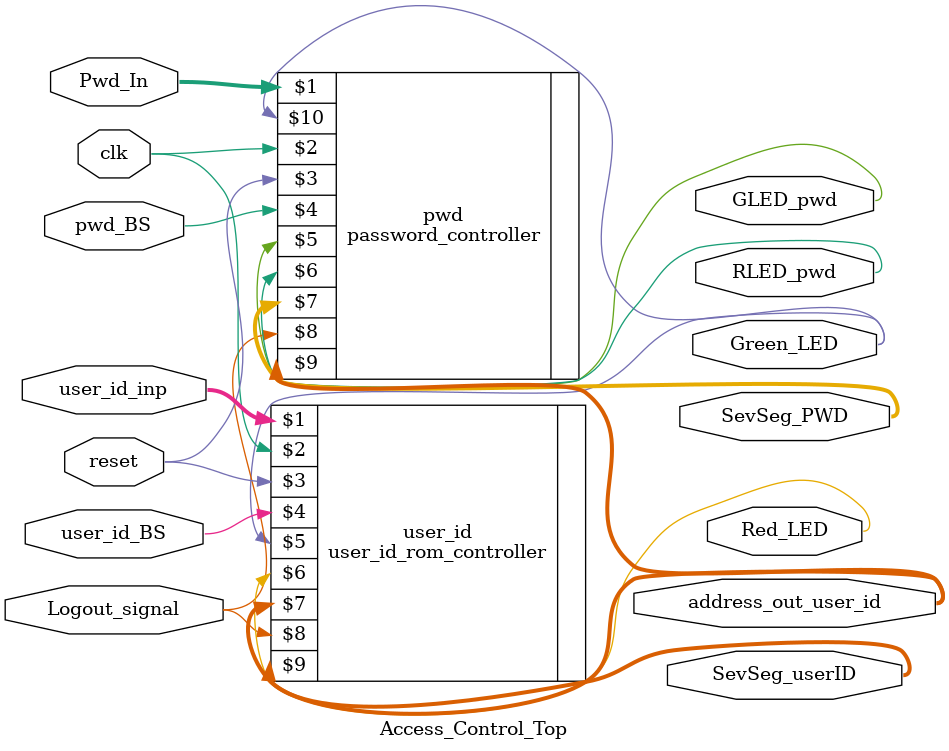
<source format=v>
module Access_Control_Top(clk, reset, Pwd_In, pwd_BS, user_id_inp, user_id_BS, SevSeg_userID , SevSeg_PWD, Red_LED, Green_LED, RLED_pwd, GLED_pwd, Logout_signal, address_out_user_id);

	input [3:0] Pwd_In, user_id_inp;
	input pwd_BS, user_id_BS, clk, reset, Logout_signal;
	output Red_LED, Green_LED, RLED_pwd, GLED_pwd;
	output [3:0] SevSeg_userID , SevSeg_PWD;
	output [4:0] address_out_user_id;

        
       
user_id_rom_controller user_id(user_id_inp, clk, reset, user_id_BS, Green_LED, Red_LED, SevSeg_userID, Logout_signal, address_out_user_id);
password_controller pwd(Pwd_In, clk, reset, pwd_BS, GLED_pwd, RLED_pwd, SevSeg_PWD, Logout_signal, address_out_user_id, Green_LED);


	
endmodule
</source>
